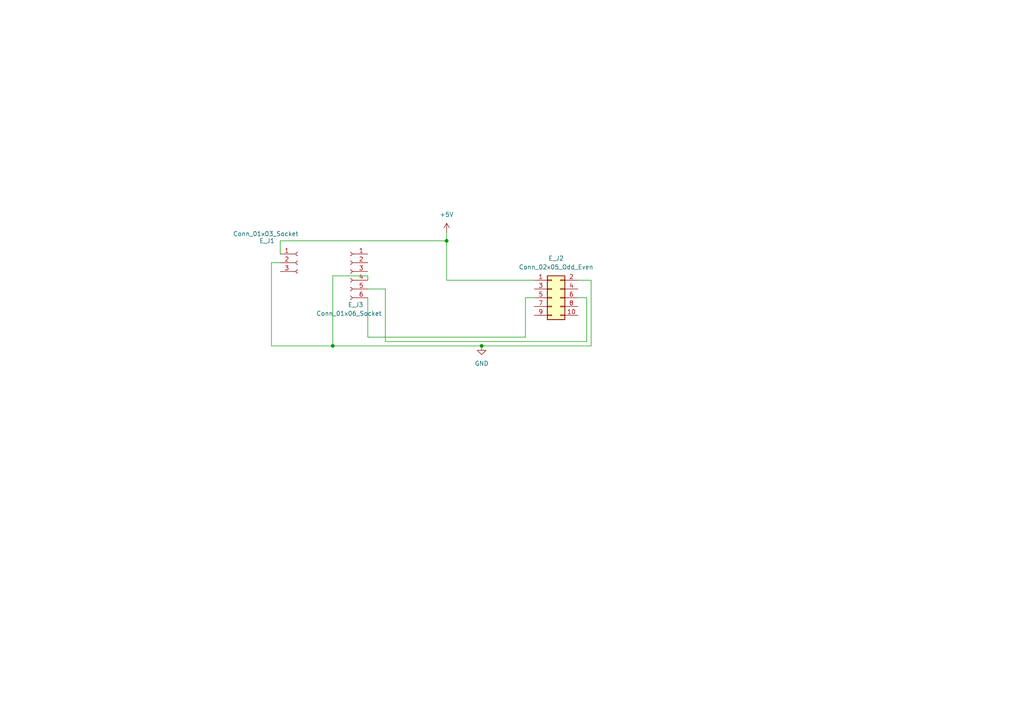
<source format=kicad_sch>
(kicad_sch
	(version 20250114)
	(generator "eeschema")
	(generator_version "9.0")
	(uuid "cc2bd559-b244-4ab7-bece-923219812349")
	(paper "A4")
	(lib_symbols
		(symbol "Connector:Conn_01x03_Socket"
			(pin_names
				(offset 1.016)
				(hide yes)
			)
			(exclude_from_sim no)
			(in_bom yes)
			(on_board yes)
			(property "Reference" "J"
				(at 0 5.08 0)
				(effects
					(font
						(size 1.27 1.27)
					)
				)
			)
			(property "Value" "Conn_01x03_Socket"
				(at 0 -5.08 0)
				(effects
					(font
						(size 1.27 1.27)
					)
				)
			)
			(property "Footprint" ""
				(at 0 0 0)
				(effects
					(font
						(size 1.27 1.27)
					)
					(hide yes)
				)
			)
			(property "Datasheet" "~"
				(at 0 0 0)
				(effects
					(font
						(size 1.27 1.27)
					)
					(hide yes)
				)
			)
			(property "Description" "Generic connector, single row, 01x03, script generated"
				(at 0 0 0)
				(effects
					(font
						(size 1.27 1.27)
					)
					(hide yes)
				)
			)
			(property "ki_locked" ""
				(at 0 0 0)
				(effects
					(font
						(size 1.27 1.27)
					)
				)
			)
			(property "ki_keywords" "connector"
				(at 0 0 0)
				(effects
					(font
						(size 1.27 1.27)
					)
					(hide yes)
				)
			)
			(property "ki_fp_filters" "Connector*:*_1x??_*"
				(at 0 0 0)
				(effects
					(font
						(size 1.27 1.27)
					)
					(hide yes)
				)
			)
			(symbol "Conn_01x03_Socket_1_1"
				(polyline
					(pts
						(xy -1.27 2.54) (xy -0.508 2.54)
					)
					(stroke
						(width 0.1524)
						(type default)
					)
					(fill
						(type none)
					)
				)
				(polyline
					(pts
						(xy -1.27 0) (xy -0.508 0)
					)
					(stroke
						(width 0.1524)
						(type default)
					)
					(fill
						(type none)
					)
				)
				(polyline
					(pts
						(xy -1.27 -2.54) (xy -0.508 -2.54)
					)
					(stroke
						(width 0.1524)
						(type default)
					)
					(fill
						(type none)
					)
				)
				(arc
					(start 0 2.032)
					(mid -0.5058 2.54)
					(end 0 3.048)
					(stroke
						(width 0.1524)
						(type default)
					)
					(fill
						(type none)
					)
				)
				(arc
					(start 0 -0.508)
					(mid -0.5058 0)
					(end 0 0.508)
					(stroke
						(width 0.1524)
						(type default)
					)
					(fill
						(type none)
					)
				)
				(arc
					(start 0 -3.048)
					(mid -0.5058 -2.54)
					(end 0 -2.032)
					(stroke
						(width 0.1524)
						(type default)
					)
					(fill
						(type none)
					)
				)
				(pin passive line
					(at -5.08 2.54 0)
					(length 3.81)
					(name "Pin_1"
						(effects
							(font
								(size 1.27 1.27)
							)
						)
					)
					(number "1"
						(effects
							(font
								(size 1.27 1.27)
							)
						)
					)
				)
				(pin passive line
					(at -5.08 0 0)
					(length 3.81)
					(name "Pin_2"
						(effects
							(font
								(size 1.27 1.27)
							)
						)
					)
					(number "2"
						(effects
							(font
								(size 1.27 1.27)
							)
						)
					)
				)
				(pin passive line
					(at -5.08 -2.54 0)
					(length 3.81)
					(name "Pin_3"
						(effects
							(font
								(size 1.27 1.27)
							)
						)
					)
					(number "3"
						(effects
							(font
								(size 1.27 1.27)
							)
						)
					)
				)
			)
			(embedded_fonts no)
		)
		(symbol "Connector:Conn_01x06_Socket"
			(pin_names
				(offset 1.016)
				(hide yes)
			)
			(exclude_from_sim no)
			(in_bom yes)
			(on_board yes)
			(property "Reference" "J"
				(at 0 7.62 0)
				(effects
					(font
						(size 1.27 1.27)
					)
				)
			)
			(property "Value" "Conn_01x06_Socket"
				(at 0 -10.16 0)
				(effects
					(font
						(size 1.27 1.27)
					)
				)
			)
			(property "Footprint" ""
				(at 0 0 0)
				(effects
					(font
						(size 1.27 1.27)
					)
					(hide yes)
				)
			)
			(property "Datasheet" "~"
				(at 0 0 0)
				(effects
					(font
						(size 1.27 1.27)
					)
					(hide yes)
				)
			)
			(property "Description" "Generic connector, single row, 01x06, script generated"
				(at 0 0 0)
				(effects
					(font
						(size 1.27 1.27)
					)
					(hide yes)
				)
			)
			(property "ki_locked" ""
				(at 0 0 0)
				(effects
					(font
						(size 1.27 1.27)
					)
				)
			)
			(property "ki_keywords" "connector"
				(at 0 0 0)
				(effects
					(font
						(size 1.27 1.27)
					)
					(hide yes)
				)
			)
			(property "ki_fp_filters" "Connector*:*_1x??_*"
				(at 0 0 0)
				(effects
					(font
						(size 1.27 1.27)
					)
					(hide yes)
				)
			)
			(symbol "Conn_01x06_Socket_1_1"
				(polyline
					(pts
						(xy -1.27 5.08) (xy -0.508 5.08)
					)
					(stroke
						(width 0.1524)
						(type default)
					)
					(fill
						(type none)
					)
				)
				(polyline
					(pts
						(xy -1.27 2.54) (xy -0.508 2.54)
					)
					(stroke
						(width 0.1524)
						(type default)
					)
					(fill
						(type none)
					)
				)
				(polyline
					(pts
						(xy -1.27 0) (xy -0.508 0)
					)
					(stroke
						(width 0.1524)
						(type default)
					)
					(fill
						(type none)
					)
				)
				(polyline
					(pts
						(xy -1.27 -2.54) (xy -0.508 -2.54)
					)
					(stroke
						(width 0.1524)
						(type default)
					)
					(fill
						(type none)
					)
				)
				(polyline
					(pts
						(xy -1.27 -5.08) (xy -0.508 -5.08)
					)
					(stroke
						(width 0.1524)
						(type default)
					)
					(fill
						(type none)
					)
				)
				(polyline
					(pts
						(xy -1.27 -7.62) (xy -0.508 -7.62)
					)
					(stroke
						(width 0.1524)
						(type default)
					)
					(fill
						(type none)
					)
				)
				(arc
					(start 0 4.572)
					(mid -0.5058 5.08)
					(end 0 5.588)
					(stroke
						(width 0.1524)
						(type default)
					)
					(fill
						(type none)
					)
				)
				(arc
					(start 0 2.032)
					(mid -0.5058 2.54)
					(end 0 3.048)
					(stroke
						(width 0.1524)
						(type default)
					)
					(fill
						(type none)
					)
				)
				(arc
					(start 0 -0.508)
					(mid -0.5058 0)
					(end 0 0.508)
					(stroke
						(width 0.1524)
						(type default)
					)
					(fill
						(type none)
					)
				)
				(arc
					(start 0 -3.048)
					(mid -0.5058 -2.54)
					(end 0 -2.032)
					(stroke
						(width 0.1524)
						(type default)
					)
					(fill
						(type none)
					)
				)
				(arc
					(start 0 -5.588)
					(mid -0.5058 -5.08)
					(end 0 -4.572)
					(stroke
						(width 0.1524)
						(type default)
					)
					(fill
						(type none)
					)
				)
				(arc
					(start 0 -8.128)
					(mid -0.5058 -7.62)
					(end 0 -7.112)
					(stroke
						(width 0.1524)
						(type default)
					)
					(fill
						(type none)
					)
				)
				(pin passive line
					(at -5.08 5.08 0)
					(length 3.81)
					(name "Pin_1"
						(effects
							(font
								(size 1.27 1.27)
							)
						)
					)
					(number "1"
						(effects
							(font
								(size 1.27 1.27)
							)
						)
					)
				)
				(pin passive line
					(at -5.08 2.54 0)
					(length 3.81)
					(name "Pin_2"
						(effects
							(font
								(size 1.27 1.27)
							)
						)
					)
					(number "2"
						(effects
							(font
								(size 1.27 1.27)
							)
						)
					)
				)
				(pin passive line
					(at -5.08 0 0)
					(length 3.81)
					(name "Pin_3"
						(effects
							(font
								(size 1.27 1.27)
							)
						)
					)
					(number "3"
						(effects
							(font
								(size 1.27 1.27)
							)
						)
					)
				)
				(pin passive line
					(at -5.08 -2.54 0)
					(length 3.81)
					(name "Pin_4"
						(effects
							(font
								(size 1.27 1.27)
							)
						)
					)
					(number "4"
						(effects
							(font
								(size 1.27 1.27)
							)
						)
					)
				)
				(pin passive line
					(at -5.08 -5.08 0)
					(length 3.81)
					(name "Pin_5"
						(effects
							(font
								(size 1.27 1.27)
							)
						)
					)
					(number "5"
						(effects
							(font
								(size 1.27 1.27)
							)
						)
					)
				)
				(pin passive line
					(at -5.08 -7.62 0)
					(length 3.81)
					(name "Pin_6"
						(effects
							(font
								(size 1.27 1.27)
							)
						)
					)
					(number "6"
						(effects
							(font
								(size 1.27 1.27)
							)
						)
					)
				)
			)
			(embedded_fonts no)
		)
		(symbol "Connector_Generic:Conn_02x05_Odd_Even"
			(pin_names
				(offset 1.016)
				(hide yes)
			)
			(exclude_from_sim no)
			(in_bom yes)
			(on_board yes)
			(property "Reference" "J"
				(at 1.27 7.62 0)
				(effects
					(font
						(size 1.27 1.27)
					)
				)
			)
			(property "Value" "Conn_02x05_Odd_Even"
				(at 1.27 -7.62 0)
				(effects
					(font
						(size 1.27 1.27)
					)
				)
			)
			(property "Footprint" ""
				(at 0 0 0)
				(effects
					(font
						(size 1.27 1.27)
					)
					(hide yes)
				)
			)
			(property "Datasheet" "~"
				(at 0 0 0)
				(effects
					(font
						(size 1.27 1.27)
					)
					(hide yes)
				)
			)
			(property "Description" "Generic connector, double row, 02x05, odd/even pin numbering scheme (row 1 odd numbers, row 2 even numbers), script generated (kicad-library-utils/schlib/autogen/connector/)"
				(at 0 0 0)
				(effects
					(font
						(size 1.27 1.27)
					)
					(hide yes)
				)
			)
			(property "ki_keywords" "connector"
				(at 0 0 0)
				(effects
					(font
						(size 1.27 1.27)
					)
					(hide yes)
				)
			)
			(property "ki_fp_filters" "Connector*:*_2x??_*"
				(at 0 0 0)
				(effects
					(font
						(size 1.27 1.27)
					)
					(hide yes)
				)
			)
			(symbol "Conn_02x05_Odd_Even_1_1"
				(rectangle
					(start -1.27 6.35)
					(end 3.81 -6.35)
					(stroke
						(width 0.254)
						(type default)
					)
					(fill
						(type background)
					)
				)
				(rectangle
					(start -1.27 5.207)
					(end 0 4.953)
					(stroke
						(width 0.1524)
						(type default)
					)
					(fill
						(type none)
					)
				)
				(rectangle
					(start -1.27 2.667)
					(end 0 2.413)
					(stroke
						(width 0.1524)
						(type default)
					)
					(fill
						(type none)
					)
				)
				(rectangle
					(start -1.27 0.127)
					(end 0 -0.127)
					(stroke
						(width 0.1524)
						(type default)
					)
					(fill
						(type none)
					)
				)
				(rectangle
					(start -1.27 -2.413)
					(end 0 -2.667)
					(stroke
						(width 0.1524)
						(type default)
					)
					(fill
						(type none)
					)
				)
				(rectangle
					(start -1.27 -4.953)
					(end 0 -5.207)
					(stroke
						(width 0.1524)
						(type default)
					)
					(fill
						(type none)
					)
				)
				(rectangle
					(start 3.81 5.207)
					(end 2.54 4.953)
					(stroke
						(width 0.1524)
						(type default)
					)
					(fill
						(type none)
					)
				)
				(rectangle
					(start 3.81 2.667)
					(end 2.54 2.413)
					(stroke
						(width 0.1524)
						(type default)
					)
					(fill
						(type none)
					)
				)
				(rectangle
					(start 3.81 0.127)
					(end 2.54 -0.127)
					(stroke
						(width 0.1524)
						(type default)
					)
					(fill
						(type none)
					)
				)
				(rectangle
					(start 3.81 -2.413)
					(end 2.54 -2.667)
					(stroke
						(width 0.1524)
						(type default)
					)
					(fill
						(type none)
					)
				)
				(rectangle
					(start 3.81 -4.953)
					(end 2.54 -5.207)
					(stroke
						(width 0.1524)
						(type default)
					)
					(fill
						(type none)
					)
				)
				(pin passive line
					(at -5.08 5.08 0)
					(length 3.81)
					(name "Pin_1"
						(effects
							(font
								(size 1.27 1.27)
							)
						)
					)
					(number "1"
						(effects
							(font
								(size 1.27 1.27)
							)
						)
					)
				)
				(pin passive line
					(at -5.08 2.54 0)
					(length 3.81)
					(name "Pin_3"
						(effects
							(font
								(size 1.27 1.27)
							)
						)
					)
					(number "3"
						(effects
							(font
								(size 1.27 1.27)
							)
						)
					)
				)
				(pin passive line
					(at -5.08 0 0)
					(length 3.81)
					(name "Pin_5"
						(effects
							(font
								(size 1.27 1.27)
							)
						)
					)
					(number "5"
						(effects
							(font
								(size 1.27 1.27)
							)
						)
					)
				)
				(pin passive line
					(at -5.08 -2.54 0)
					(length 3.81)
					(name "Pin_7"
						(effects
							(font
								(size 1.27 1.27)
							)
						)
					)
					(number "7"
						(effects
							(font
								(size 1.27 1.27)
							)
						)
					)
				)
				(pin passive line
					(at -5.08 -5.08 0)
					(length 3.81)
					(name "Pin_9"
						(effects
							(font
								(size 1.27 1.27)
							)
						)
					)
					(number "9"
						(effects
							(font
								(size 1.27 1.27)
							)
						)
					)
				)
				(pin passive line
					(at 7.62 5.08 180)
					(length 3.81)
					(name "Pin_2"
						(effects
							(font
								(size 1.27 1.27)
							)
						)
					)
					(number "2"
						(effects
							(font
								(size 1.27 1.27)
							)
						)
					)
				)
				(pin passive line
					(at 7.62 2.54 180)
					(length 3.81)
					(name "Pin_4"
						(effects
							(font
								(size 1.27 1.27)
							)
						)
					)
					(number "4"
						(effects
							(font
								(size 1.27 1.27)
							)
						)
					)
				)
				(pin passive line
					(at 7.62 0 180)
					(length 3.81)
					(name "Pin_6"
						(effects
							(font
								(size 1.27 1.27)
							)
						)
					)
					(number "6"
						(effects
							(font
								(size 1.27 1.27)
							)
						)
					)
				)
				(pin passive line
					(at 7.62 -2.54 180)
					(length 3.81)
					(name "Pin_8"
						(effects
							(font
								(size 1.27 1.27)
							)
						)
					)
					(number "8"
						(effects
							(font
								(size 1.27 1.27)
							)
						)
					)
				)
				(pin passive line
					(at 7.62 -5.08 180)
					(length 3.81)
					(name "Pin_10"
						(effects
							(font
								(size 1.27 1.27)
							)
						)
					)
					(number "10"
						(effects
							(font
								(size 1.27 1.27)
							)
						)
					)
				)
			)
			(embedded_fonts no)
		)
		(symbol "power:+5V"
			(power)
			(pin_numbers
				(hide yes)
			)
			(pin_names
				(offset 0)
				(hide yes)
			)
			(exclude_from_sim no)
			(in_bom yes)
			(on_board yes)
			(property "Reference" "#PWR"
				(at 0 -3.81 0)
				(effects
					(font
						(size 1.27 1.27)
					)
					(hide yes)
				)
			)
			(property "Value" "+5V"
				(at 0 3.556 0)
				(effects
					(font
						(size 1.27 1.27)
					)
				)
			)
			(property "Footprint" ""
				(at 0 0 0)
				(effects
					(font
						(size 1.27 1.27)
					)
					(hide yes)
				)
			)
			(property "Datasheet" ""
				(at 0 0 0)
				(effects
					(font
						(size 1.27 1.27)
					)
					(hide yes)
				)
			)
			(property "Description" "Power symbol creates a global label with name \"+5V\""
				(at 0 0 0)
				(effects
					(font
						(size 1.27 1.27)
					)
					(hide yes)
				)
			)
			(property "ki_keywords" "global power"
				(at 0 0 0)
				(effects
					(font
						(size 1.27 1.27)
					)
					(hide yes)
				)
			)
			(symbol "+5V_0_1"
				(polyline
					(pts
						(xy -0.762 1.27) (xy 0 2.54)
					)
					(stroke
						(width 0)
						(type default)
					)
					(fill
						(type none)
					)
				)
				(polyline
					(pts
						(xy 0 2.54) (xy 0.762 1.27)
					)
					(stroke
						(width 0)
						(type default)
					)
					(fill
						(type none)
					)
				)
				(polyline
					(pts
						(xy 0 0) (xy 0 2.54)
					)
					(stroke
						(width 0)
						(type default)
					)
					(fill
						(type none)
					)
				)
			)
			(symbol "+5V_1_1"
				(pin power_in line
					(at 0 0 90)
					(length 0)
					(name "~"
						(effects
							(font
								(size 1.27 1.27)
							)
						)
					)
					(number "1"
						(effects
							(font
								(size 1.27 1.27)
							)
						)
					)
				)
			)
			(embedded_fonts no)
		)
		(symbol "power:GND"
			(power)
			(pin_numbers
				(hide yes)
			)
			(pin_names
				(offset 0)
				(hide yes)
			)
			(exclude_from_sim no)
			(in_bom yes)
			(on_board yes)
			(property "Reference" "#PWR"
				(at 0 -6.35 0)
				(effects
					(font
						(size 1.27 1.27)
					)
					(hide yes)
				)
			)
			(property "Value" "GND"
				(at 0 -3.81 0)
				(effects
					(font
						(size 1.27 1.27)
					)
				)
			)
			(property "Footprint" ""
				(at 0 0 0)
				(effects
					(font
						(size 1.27 1.27)
					)
					(hide yes)
				)
			)
			(property "Datasheet" ""
				(at 0 0 0)
				(effects
					(font
						(size 1.27 1.27)
					)
					(hide yes)
				)
			)
			(property "Description" "Power symbol creates a global label with name \"GND\" , ground"
				(at 0 0 0)
				(effects
					(font
						(size 1.27 1.27)
					)
					(hide yes)
				)
			)
			(property "ki_keywords" "global power"
				(at 0 0 0)
				(effects
					(font
						(size 1.27 1.27)
					)
					(hide yes)
				)
			)
			(symbol "GND_0_1"
				(polyline
					(pts
						(xy 0 0) (xy 0 -1.27) (xy 1.27 -1.27) (xy 0 -2.54) (xy -1.27 -1.27) (xy 0 -1.27)
					)
					(stroke
						(width 0)
						(type default)
					)
					(fill
						(type none)
					)
				)
			)
			(symbol "GND_1_1"
				(pin power_in line
					(at 0 0 270)
					(length 0)
					(name "~"
						(effects
							(font
								(size 1.27 1.27)
							)
						)
					)
					(number "1"
						(effects
							(font
								(size 1.27 1.27)
							)
						)
					)
				)
			)
			(embedded_fonts no)
		)
	)
	(junction
		(at 129.54 69.85)
		(diameter 0)
		(color 0 0 0 0)
		(uuid "11204f18-9ac6-4258-956d-bc006dbe925c")
	)
	(junction
		(at 139.7 100.33)
		(diameter 0)
		(color 0 0 0 0)
		(uuid "9d1e3689-ad61-44f5-8955-370a341ebc9b")
	)
	(junction
		(at 96.52 100.33)
		(diameter 0)
		(color 0 0 0 0)
		(uuid "f4b37309-cfad-4dad-b5c1-9a37928d4ccc")
	)
	(wire
		(pts
			(xy 78.74 76.2) (xy 78.74 100.33)
		)
		(stroke
			(width 0)
			(type default)
		)
		(uuid "050db88e-fa01-4cec-b94f-9a7a5665c0aa")
	)
	(wire
		(pts
			(xy 129.54 67.31) (xy 129.54 69.85)
		)
		(stroke
			(width 0)
			(type default)
		)
		(uuid "1343358e-4425-48fc-af8f-6f6bb200e84f")
	)
	(wire
		(pts
			(xy 106.68 80.01) (xy 96.52 80.01)
		)
		(stroke
			(width 0)
			(type default)
		)
		(uuid "185cddeb-fb72-4e5c-81dc-4955870db7e3")
	)
	(wire
		(pts
			(xy 111.76 99.06) (xy 170.18 99.06)
		)
		(stroke
			(width 0)
			(type default)
		)
		(uuid "1f09092b-afae-4fc7-ae7d-f909f95186ae")
	)
	(wire
		(pts
			(xy 81.28 76.2) (xy 78.74 76.2)
		)
		(stroke
			(width 0)
			(type default)
		)
		(uuid "23ff2ebb-15a6-4f7d-9785-c9fc9fe03e41")
	)
	(wire
		(pts
			(xy 171.45 100.33) (xy 139.7 100.33)
		)
		(stroke
			(width 0)
			(type default)
		)
		(uuid "2c4133bb-bfbc-488f-bc2c-6a54fed00d39")
	)
	(wire
		(pts
			(xy 111.76 99.06) (xy 111.76 83.82)
		)
		(stroke
			(width 0)
			(type default)
		)
		(uuid "33b3a946-c8de-4be5-86b6-fe9dcc8271c2")
	)
	(wire
		(pts
			(xy 154.94 81.28) (xy 129.54 81.28)
		)
		(stroke
			(width 0)
			(type default)
		)
		(uuid "33c70a9a-bc70-408c-8567-2ccb8992943d")
	)
	(wire
		(pts
			(xy 78.74 100.33) (xy 96.52 100.33)
		)
		(stroke
			(width 0)
			(type default)
		)
		(uuid "36ffb123-71a0-47e4-8bb8-8696aec11d45")
	)
	(wire
		(pts
			(xy 167.64 86.36) (xy 170.18 86.36)
		)
		(stroke
			(width 0)
			(type default)
		)
		(uuid "4c3b2f95-35cd-48c7-b9a0-3f842eb259db")
	)
	(wire
		(pts
			(xy 81.28 69.85) (xy 129.54 69.85)
		)
		(stroke
			(width 0)
			(type default)
		)
		(uuid "65c516d5-ae6b-452f-8e73-6ca331a6bedb")
	)
	(wire
		(pts
			(xy 171.45 81.28) (xy 171.45 100.33)
		)
		(stroke
			(width 0)
			(type default)
		)
		(uuid "6e3fc595-e7d2-48cf-963c-acf507786149")
	)
	(wire
		(pts
			(xy 111.76 83.82) (xy 106.68 83.82)
		)
		(stroke
			(width 0)
			(type default)
		)
		(uuid "8c19b96c-1ba9-428b-9f3b-333a2f6441fa")
	)
	(wire
		(pts
			(xy 170.18 99.06) (xy 170.18 86.36)
		)
		(stroke
			(width 0)
			(type default)
		)
		(uuid "a4369cba-f93a-485a-905e-3634c19edda8")
	)
	(wire
		(pts
			(xy 129.54 69.85) (xy 129.54 81.28)
		)
		(stroke
			(width 0)
			(type default)
		)
		(uuid "a4d19dcb-c139-44c2-b198-fe597b2a526c")
	)
	(wire
		(pts
			(xy 96.52 100.33) (xy 139.7 100.33)
		)
		(stroke
			(width 0)
			(type default)
		)
		(uuid "bd5e5102-8d87-4d8f-ab57-0842a5abbe79")
	)
	(wire
		(pts
			(xy 167.64 81.28) (xy 171.45 81.28)
		)
		(stroke
			(width 0)
			(type default)
		)
		(uuid "c48b1f08-1a28-4580-82ce-fff43c6a1300")
	)
	(wire
		(pts
			(xy 106.68 81.28) (xy 106.68 80.01)
		)
		(stroke
			(width 0)
			(type default)
		)
		(uuid "d4477537-ad1d-498c-aaad-0515efb2204f")
	)
	(wire
		(pts
			(xy 152.4 86.36) (xy 154.94 86.36)
		)
		(stroke
			(width 0)
			(type default)
		)
		(uuid "dfe820cc-d691-4a9f-adc1-3c693e915da6")
	)
	(wire
		(pts
			(xy 106.68 97.79) (xy 152.4 97.79)
		)
		(stroke
			(width 0)
			(type default)
		)
		(uuid "e4910a4a-8ad6-4887-b61f-52e1efa25396")
	)
	(wire
		(pts
			(xy 81.28 73.66) (xy 81.28 69.85)
		)
		(stroke
			(width 0)
			(type default)
		)
		(uuid "f3162663-e9cc-450e-8ea1-a6cbcc036098")
	)
	(wire
		(pts
			(xy 152.4 97.79) (xy 152.4 86.36)
		)
		(stroke
			(width 0)
			(type default)
		)
		(uuid "f3617279-f0b7-4dc2-afd9-246a4a449e79")
	)
	(wire
		(pts
			(xy 96.52 80.01) (xy 96.52 100.33)
		)
		(stroke
			(width 0)
			(type default)
		)
		(uuid "f453dd44-8bc4-4807-ac0e-2ca2c1f44c25")
	)
	(wire
		(pts
			(xy 106.68 97.79) (xy 106.68 86.36)
		)
		(stroke
			(width 0)
			(type default)
		)
		(uuid "fb2b7e20-1d4d-4bf9-aa7e-4eb6ec9e3ba6")
	)
	(symbol
		(lib_id "Connector:Conn_01x06_Socket")
		(at 101.6 78.74 0)
		(mirror y)
		(unit 1)
		(exclude_from_sim no)
		(in_bom yes)
		(on_board yes)
		(dnp no)
		(uuid "3e1332a7-10f3-4fad-8bfa-732919cc01ea")
		(property "Reference" "E_J3"
			(at 105.41 88.392 0)
			(effects
				(font
					(size 1.27 1.27)
				)
				(justify left)
			)
		)
		(property "Value" "Conn_01x06_Socket"
			(at 110.744 90.932 0)
			(effects
				(font
					(size 1.27 1.27)
				)
				(justify left)
			)
		)
		(property "Footprint" "Connector_PinSocket_2.54mm:PinSocket_1x06_P2.54mm_Vertical"
			(at 101.6 78.74 0)
			(effects
				(font
					(size 1.27 1.27)
				)
				(hide yes)
			)
		)
		(property "Datasheet" "~"
			(at 101.6 78.74 0)
			(effects
				(font
					(size 1.27 1.27)
				)
				(hide yes)
			)
		)
		(property "Description" "Generic connector, single row, 01x06, script generated"
			(at 101.6 78.74 0)
			(effects
				(font
					(size 1.27 1.27)
				)
				(hide yes)
			)
		)
		(pin "5"
			(uuid "0acf7ee1-415c-4aff-bc79-4956dca6fa64")
		)
		(pin "3"
			(uuid "3ac08cc9-6c48-4f66-a156-c4e5ccb8e65f")
		)
		(pin "2"
			(uuid "b0fe53a2-9902-4906-a10e-a3a095cb3232")
		)
		(pin "1"
			(uuid "7187c794-e955-4b08-89f4-c64f50c02846")
		)
		(pin "4"
			(uuid "199f34d4-fba3-4844-9dbe-c90dcfb979ea")
		)
		(pin "6"
			(uuid "1e115302-75dd-4c85-acec-b2a2b8d5193b")
		)
		(instances
			(project ""
				(path "/cc2bd559-b244-4ab7-bece-923219812349"
					(reference "E_J3")
					(unit 1)
				)
			)
		)
	)
	(symbol
		(lib_id "power:+5V")
		(at 129.54 67.31 0)
		(unit 1)
		(exclude_from_sim no)
		(in_bom yes)
		(on_board yes)
		(dnp no)
		(fields_autoplaced yes)
		(uuid "57656b4c-11ad-4853-9720-c9e64f2b0414")
		(property "Reference" "#PWR02"
			(at 129.54 71.12 0)
			(effects
				(font
					(size 1.27 1.27)
				)
				(hide yes)
			)
		)
		(property "Value" "+5V"
			(at 129.54 62.23 0)
			(effects
				(font
					(size 1.27 1.27)
				)
			)
		)
		(property "Footprint" ""
			(at 129.54 67.31 0)
			(effects
				(font
					(size 1.27 1.27)
				)
				(hide yes)
			)
		)
		(property "Datasheet" ""
			(at 129.54 67.31 0)
			(effects
				(font
					(size 1.27 1.27)
				)
				(hide yes)
			)
		)
		(property "Description" "Power symbol creates a global label with name \"+5V\""
			(at 129.54 67.31 0)
			(effects
				(font
					(size 1.27 1.27)
				)
				(hide yes)
			)
		)
		(pin "1"
			(uuid "b40131ab-ffc1-4d92-8d85-70b1250c5a50")
		)
		(instances
			(project ""
				(path "/cc2bd559-b244-4ab7-bece-923219812349"
					(reference "#PWR02")
					(unit 1)
				)
			)
		)
	)
	(symbol
		(lib_id "Connector_Generic:Conn_02x05_Odd_Even")
		(at 160.02 86.36 0)
		(unit 1)
		(exclude_from_sim no)
		(in_bom yes)
		(on_board yes)
		(dnp no)
		(fields_autoplaced yes)
		(uuid "ba2212fe-1356-43c2-a500-2066d4693139")
		(property "Reference" "E_J2"
			(at 161.29 74.93 0)
			(effects
				(font
					(size 1.27 1.27)
				)
			)
		)
		(property "Value" "Conn_02x05_Odd_Even"
			(at 161.29 77.47 0)
			(effects
				(font
					(size 1.27 1.27)
				)
			)
		)
		(property "Footprint" "Connector_IDC:IDC-Header_2x05_P2.54mm_Vertical"
			(at 160.02 86.36 0)
			(effects
				(font
					(size 1.27 1.27)
				)
				(hide yes)
			)
		)
		(property "Datasheet" "~"
			(at 160.02 86.36 0)
			(effects
				(font
					(size 1.27 1.27)
				)
				(hide yes)
			)
		)
		(property "Description" "Generic connector, double row, 02x05, odd/even pin numbering scheme (row 1 odd numbers, row 2 even numbers), script generated (kicad-library-utils/schlib/autogen/connector/)"
			(at 160.02 86.36 0)
			(effects
				(font
					(size 1.27 1.27)
				)
				(hide yes)
			)
		)
		(pin "1"
			(uuid "94af8729-5a9e-4b6e-b73d-b6e46681942d")
		)
		(pin "9"
			(uuid "3c3b3caf-651a-4f0f-aa85-9f8c9f18e384")
		)
		(pin "2"
			(uuid "fb3a5dd3-dbf2-4f19-bfd6-251c210c797b")
		)
		(pin "7"
			(uuid "1903b801-65ca-4f7c-9b9d-5fd677adb315")
		)
		(pin "10"
			(uuid "4355f5c4-abaf-4fc3-911e-a9767d7fac2d")
		)
		(pin "3"
			(uuid "f0c23d22-a0db-4c5b-9f96-fe58265f0447")
		)
		(pin "4"
			(uuid "d09a4c9f-587c-4d21-b81f-11237374dc45")
		)
		(pin "5"
			(uuid "cbde3954-8c6f-43ca-9f0f-0170498db0fd")
		)
		(pin "6"
			(uuid "85980b4a-b8b9-474f-ae50-e3eb6dc86e90")
		)
		(pin "8"
			(uuid "c15e6de7-47da-4f2b-ab83-6ad1bf60038a")
		)
		(instances
			(project ""
				(path "/cc2bd559-b244-4ab7-bece-923219812349"
					(reference "E_J2")
					(unit 1)
				)
			)
		)
	)
	(symbol
		(lib_id "Connector:Conn_01x03_Socket")
		(at 86.36 76.2 0)
		(unit 1)
		(exclude_from_sim no)
		(in_bom yes)
		(on_board yes)
		(dnp no)
		(uuid "d76f41f5-c902-42d4-9a58-c43632060fdc")
		(property "Reference" "E_J1"
			(at 75.184 69.85 0)
			(effects
				(font
					(size 1.27 1.27)
				)
				(justify left)
			)
		)
		(property "Value" "Conn_01x03_Socket"
			(at 67.564 67.818 0)
			(effects
				(font
					(size 1.27 1.27)
				)
				(justify left)
			)
		)
		(property "Footprint" "Connector_PinHeader_2.54mm:PinHeader_1x03_P2.54mm_Vertical"
			(at 86.36 76.2 0)
			(effects
				(font
					(size 1.27 1.27)
				)
				(hide yes)
			)
		)
		(property "Datasheet" "~"
			(at 86.36 76.2 0)
			(effects
				(font
					(size 1.27 1.27)
				)
				(hide yes)
			)
		)
		(property "Description" "Generic connector, single row, 01x03, script generated"
			(at 86.36 76.2 0)
			(effects
				(font
					(size 1.27 1.27)
				)
				(hide yes)
			)
		)
		(pin "1"
			(uuid "0cd27f54-dfb6-4330-a9e4-9469a0802554")
		)
		(pin "2"
			(uuid "c7c16b9b-eccf-4a21-a799-a861970ecd82")
		)
		(pin "3"
			(uuid "85290fd0-3f20-4ac9-8e7f-c02d1a0002d2")
		)
		(instances
			(project ""
				(path "/cc2bd559-b244-4ab7-bece-923219812349"
					(reference "E_J1")
					(unit 1)
				)
			)
		)
	)
	(symbol
		(lib_id "power:GND")
		(at 139.7 100.33 0)
		(unit 1)
		(exclude_from_sim no)
		(in_bom yes)
		(on_board yes)
		(dnp no)
		(fields_autoplaced yes)
		(uuid "dda86f19-b25c-41cf-b164-f4a696c7bd43")
		(property "Reference" "#PWR01"
			(at 139.7 106.68 0)
			(effects
				(font
					(size 1.27 1.27)
				)
				(hide yes)
			)
		)
		(property "Value" "GND"
			(at 139.7 105.41 0)
			(effects
				(font
					(size 1.27 1.27)
				)
			)
		)
		(property "Footprint" ""
			(at 139.7 100.33 0)
			(effects
				(font
					(size 1.27 1.27)
				)
				(hide yes)
			)
		)
		(property "Datasheet" ""
			(at 139.7 100.33 0)
			(effects
				(font
					(size 1.27 1.27)
				)
				(hide yes)
			)
		)
		(property "Description" "Power symbol creates a global label with name \"GND\" , ground"
			(at 139.7 100.33 0)
			(effects
				(font
					(size 1.27 1.27)
				)
				(hide yes)
			)
		)
		(pin "1"
			(uuid "c4ef5f43-e374-4b9b-bff9-2e8ed870b646")
		)
		(instances
			(project ""
				(path "/cc2bd559-b244-4ab7-bece-923219812349"
					(reference "#PWR01")
					(unit 1)
				)
			)
		)
	)
	(sheet_instances
		(path "/"
			(page "1")
		)
	)
	(embedded_fonts no)
)

</source>
